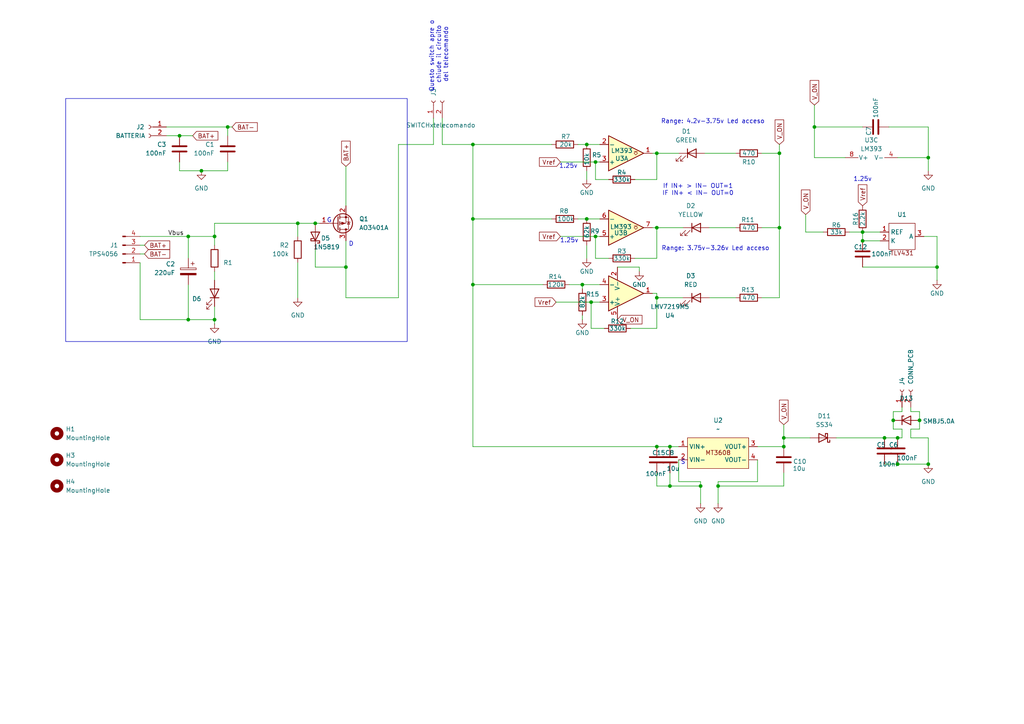
<source format=kicad_sch>
(kicad_sch (version 20250114) (generator "eeschema") (generator_version "9.0")
  (paper "A4")
  (lib_symbols
    (symbol "Comparator:LM393" (pin_names (offset 0.127))
      (property "Reference" "U" (at 3.81 3.81 0))
      (property "Value" "LM393" (at 6.35 -3.81 0))
      (symbol "LM393_1_1"
        (polyline (pts (xy -5.08 5.08) (xy 5.08 0) (xy -5.08 -5.08) (xy -5.08 5.08)) (stroke (width 0.254)) (fill (type background)))
        (polyline (pts (xy 3.302 -0.508) (xy 2.794 -0.508) (xy 3.302 0) (xy 2.794 0.508) (xy 2.286 0) (xy 2.794 -0.508) (xy 2.286 -0.508)) (stroke (width 0.127)))
        (pin input line (at -7.62 2.54 0) (length 2.54) (name "+") (number "3"))
        (pin input line (at -7.62 -2.54 0) (length 2.54) (name "-") (number "2"))
        (pin open_collector line (at 7.62 0 180) (length 2.54) (name "~") (number "1"))
      )
      (symbol "LM393_2_1"
        (polyline (pts (xy -5.08 5.08) (xy 5.08 0) (xy -5.08 -5.08) (xy -5.08 5.08)) (stroke (width 0.254)) (fill (type background)))
        (polyline (pts (xy 3.302 -0.508) (xy 2.794 -0.508) (xy 3.302 0) (xy 2.794 0.508) (xy 2.286 0) (xy 2.794 -0.508) (xy 2.286 -0.508)) (stroke (width 0.127)))
        (pin input line (at -7.62 2.54 0) (length 2.54) (name "+") (number "5"))
        (pin input line (at -7.62 -2.54 0) (length 2.54) (name "-") (number "6"))
        (pin open_collector line (at 7.62 0 180) (length 2.54) (name "~") (number "7"))
      )
      (symbol "LM393_3_1"
        (pin power_in line (at -2.54 7.62 270) (length 3.81) (name "V+") (number "8"))
        (pin power_in line (at -2.54 -7.62 90) (length 3.81) (name "V-") (number "4"))
      )
    )
    (symbol "Comparator:LMV7219M5" (pin_names (offset 0.127))
      (property "Reference" "U" (at -1.27 6.35 0))
      (property "Value" "LMV7219M5" (at -1.27 3.81 0))
      (symbol "LMV7219M5_0_1"
        (polyline (pts (xy -5.08 5.08) (xy 5.08 0) (xy -5.08 -5.08) (xy -5.08 5.08)) (stroke (width 0.254)) (fill (type background)))
        (pin power_in line (at -2.54 7.62 270) (length 3.81) (name "V+") (number "5"))
        (pin power_in line (at -2.54 -7.62 90) (length 3.81) (name "V-") (number "2"))
      )
      (symbol "LMV7219M5_1_1"
        (pin input line (at -7.62 2.54 0) (length 2.54) (name "+") (number "3"))
        (pin input line (at -7.62 -2.54 0) (length 2.54) (name "-") (number "4"))
        (pin output line (at 7.62 0 180) (length 2.54) (name "~") (number "1"))
      )
    )
    (symbol "Connector:Conn_01x02_Socket" (pin_names (offset 1.016) (hide yes))
      (property "Reference" "J" (at 0 2.54 0))
      (property "Value" "Conn_01x02_Socket" (at 0 -5.08 0))
      (symbol "Conn_01x02_Socket_1_1"
        (polyline (pts (xy -1.27 0) (xy -0.508 0)) (stroke (width 0.1524)))
        (polyline (pts (xy -1.27 -2.54) (xy -0.508 -2.54)) (stroke (width 0.1524)))
        (arc (start 0 -0.508) (mid -0.5058 0) (end 0 0.508) (stroke (width 0.1524)))
        (arc (start 0 -3.048) (mid -0.5058 -2.54) (end 0 -2.032) (stroke (width 0.1524)))
        (pin passive line (at -5.08 0 0) (length 3.81) (name "Pin_1") (number "1"))
        (pin passive line (at -5.08 -2.54 0) (length 3.81) (name "Pin_2") (number "2"))
      )
    )
    (symbol "Connector:Conn_01x04_Pin" (pin_names (offset 1.016) (hide yes))
      (property "Reference" "J" (at 0 5.08 0))
      (property "Value" "Conn_01x04_Pin" (at 0 -7.62 0))
      (symbol "Conn_01x04_Pin_1_1"
        (rectangle (start 0.8636 2.667) (end 0 2.413) (stroke (width 0.1524)) (fill (type outline)))
        (rectangle (start 0.8636 0.127) (end 0 -0.127) (stroke (width 0.1524)) (fill (type outline)))
        (rectangle (start 0.8636 -2.413) (end 0 -2.667) (stroke (width 0.1524)) (fill (type outline)))
        (rectangle (start 0.8636 -4.953) (end 0 -5.207) (stroke (width 0.1524)) (fill (type outline)))
        (polyline (pts (xy 1.27 2.54) (xy 0.8636 2.54)) (stroke (width 0.1524)))
        (polyline (pts (xy 1.27 0) (xy 0.8636 0)) (stroke (width 0.1524)))
        (polyline (pts (xy 1.27 -2.54) (xy 0.8636 -2.54)) (stroke (width 0.1524)))
        (polyline (pts (xy 1.27 -5.08) (xy 0.8636 -5.08)) (stroke (width 0.1524)))
        (pin passive line (at 5.08 2.54 180) (length 3.81) (name "Pin_1") (number "1"))
        (pin passive line (at 5.08 0 180) (length 3.81) (name "Pin_2") (number "2"))
        (pin passive line (at 5.08 -2.54 180) (length 3.81) (name "Pin_3") (number "3"))
        (pin passive line (at 5.08 -5.08 180) (length 3.81) (name "Pin_4") (number "4"))
      )
    )
    (symbol "Device:C" (pin_numbers (hide yes)) (pin_names (offset 0.254))
      (property "Reference" "C" (at 0.635 2.54 0))
      (property "Value" "C" (at 0.635 -2.54 0))
      (symbol "C_0_1"
        (polyline (pts (xy -2.032 0.762) (xy 2.032 0.762)) (stroke (width 0.508)))
        (polyline (pts (xy -2.032 -0.762) (xy 2.032 -0.762)) (stroke (width 0.508)))
      )
      (symbol "C_1_1"
        (pin passive line (at 0 3.81 270) (length 2.794) (name "~") (number "1"))
        (pin passive line (at 0 -3.81 90) (length 2.794) (name "~") (number "2"))
      )
    )
    (symbol "Device:C_Polarized" (pin_numbers (hide yes)) (pin_names (offset 0.254))
      (property "Reference" "C" (at 0.635 2.54 0))
      (property "Value" "C_Polarized" (at 0.635 -2.54 0))
      (symbol "C_Polarized_0_1"
        (rectangle (start -2.286 0.508) (end 2.286 1.016))
        (polyline (pts (xy -1.778 2.286) (xy -0.762 2.286)))
        (polyline (pts (xy -1.27 2.794) (xy -1.27 1.778)))
        (rectangle (start 2.286 -0.508) (end -2.286 -1.016) (fill (type outline)))
      )
      (symbol "C_Polarized_1_1"
        (pin passive line (at 0 3.81 270) (length 2.794) (name "~") (number "1"))
        (pin passive line (at 0 -3.81 90) (length 2.794) (name "~") (number "2"))
      )
    )
    (symbol "Device:LED" (pin_numbers (hide yes)) (pin_names (offset 1.016) (hide yes))
      (property "Reference" "D" (at 0 2.54 0))
      (property "Value" "LED" (at 0 -2.54 0))
      (symbol "LED_0_1"
        (polyline (pts (xy -3.048 -0.762) (xy -4.572 -2.286) (xy -3.81 -2.286) (xy -4.572 -2.286) (xy -4.572 -1.524)))
        (polyline (pts (xy -1.778 -0.762) (xy -3.302 -2.286) (xy -2.54 -2.286) (xy -3.302 -2.286) (xy -3.302 -1.524)))
        (polyline (pts (xy -1.27 0) (xy 1.27 0)))
        (polyline (pts (xy -1.27 -1.27) (xy -1.27 1.27)) (stroke (width 0.254)))
        (polyline (pts (xy 1.27 -1.27) (xy 1.27 1.27) (xy -1.27 0) (xy 1.27 -1.27)) (stroke (width 0.254)))
      )
      (symbol "LED_1_1"
        (pin passive line (at -3.81 0 0) (length 2.54) (name "K") (number "1"))
        (pin passive line (at 3.81 0 180) (length 2.54) (name "A") (number "2"))
      )
    )
    (symbol "Device:R" (pin_numbers (hide yes)) (pin_names (offset 0))
      (property "Reference" "R" (at 2.032 0 90))
      (property "Value" "R" (at 0 0 90))
      (symbol "R_0_1"
        (rectangle (start -1.016 -2.54) (end 1.016 2.54) (stroke (width 0.254)))
      )
      (symbol "R_1_1"
        (pin passive line (at 0 3.81 270) (length 1.27) (name "~") (number "1"))
        (pin passive line (at 0 -3.81 90) (length 1.27) (name "~") (number "2"))
      )
    )
    (symbol "Diode:1N5819" (pin_numbers (hide yes)) (pin_names (offset 1.016) (hide yes))
      (property "Reference" "D" (at 0 2.54 0))
      (property "Value" "1N5819" (at 0 -2.54 0))
      (symbol "1N5819_0_1"
        (polyline (pts (xy -1.905 0.635) (xy -1.905 1.27) (xy -1.27 1.27) (xy -1.27 -1.27) (xy -0.635 -1.27) (xy -0.635 -0.635)) (stroke (width 0.254)))
        (polyline (pts (xy 1.27 1.27) (xy 1.27 -1.27) (xy -1.27 0) (xy 1.27 1.27)) (stroke (width 0.254)))
        (polyline (pts (xy 1.27 0) (xy -1.27 0)))
      )
      (symbol "1N5819_1_1"
        (pin passive line (at -3.81 0 0) (length 2.54) (name "K") (number "1"))
        (pin passive line (at 3.81 0 180) (length 2.54) (name "A") (number "2"))
      )
    )
    (symbol "Diode:SS34" (pin_numbers (hide yes)) (pin_names (offset 1.016) (hide yes))
      (property "Reference" "D" (at 0 2.54 0))
      (property "Value" "SS34" (at 0 -2.54 0))
      (symbol "SS34_0_1"
        (polyline (pts (xy -1.905 0.635) (xy -1.905 1.27) (xy -1.27 1.27) (xy -1.27 -1.27) (xy -0.635 -1.27) (xy -0.635 -0.635)) (stroke (width 0.254)))
        (polyline (pts (xy 1.27 1.27) (xy 1.27 -1.27) (xy -1.27 0) (xy 1.27 1.27)) (stroke (width 0.254)))
        (polyline (pts (xy 1.27 0) (xy -1.27 0)))
      )
      (symbol "SS34_1_1"
        (pin passive line (at -3.81 0 0) (length 2.54) (name "K") (number "1"))
        (pin passive line (at 3.81 0 180) (length 2.54) (name "A") (number "2"))
      )
    )
    (symbol "Diode:Z2SMBxxx" (pin_numbers (hide yes)) (pin_names (hide yes))
      (property "Reference" "D" (at 0 2.54 0))
      (property "Value" "Z2SMBxxx" (at 0 -2.54 0))
      (symbol "Z2SMBxxx_0_1"
        (polyline (pts (xy -1.27 -1.27) (xy -1.27 1.27) (xy -0.762 1.27)) (stroke (width 0.254)))
        (polyline (pts (xy 1.27 0) (xy -1.27 0)))
        (polyline (pts (xy 1.27 -1.27) (xy 1.27 1.27) (xy -1.27 0) (xy 1.27 -1.27)) (stroke (width 0.254)))
      )
      (symbol "Z2SMBxxx_1_1"
        (pin passive line (at -3.81 0 0) (length 2.54) (name "K") (number "1"))
        (pin passive line (at 3.81 0 180) (length 2.54) (name "A") (number "2"))
      )
    )
    (symbol "Libreria_Personale:MT3608"
      (property "Reference" "U" (at -6.858 5.08 0))
      (symbol "MT3608_1_1"
        (rectangle (start -8.89 3.81) (end 8.89 -5.08) (fill (type background)))
        (text "MT3608" (at 0 -0.508 0) (effects (font (size 1.27 1.27))))
        (pin output line (at -11.43 1.27 0) (length 2.54) (name "VOUT+") (number "3"))
        (pin output line (at -11.43 -2.54 0) (length 2.54) (name "VOUT-") (number "4"))
        (pin input line (at 11.43 1.27 180) (length 2.54) (name "VIN+") (number "1"))
        (pin input line (at 11.43 -2.54 180) (length 2.54) (name "VIN-") (number "2"))
      )
    )
    (symbol "Libreria_Personale:TLV431"
      (property "Reference" "U" (at 2.286 5.08 0))
      (symbol "TLV431_0_1"
        (rectangle (start -3.81 3.81) (end 3.81 -3.81))
      )
      (symbol "TLV431_1_1"
        (text "TLV431" (at 0 -4.826 0) (effects (font (size 1.27 1.27))))
        (pin input line (at -6.35 1.27 0) (length 2.54) (name "REF") (number "1"))
        (pin input line (at -6.35 -1.27 0) (length 2.54) (name "K") (number "2"))
        (pin input line (at 6.35 0 180) (length 2.54) (name "A") (number "3"))
      )
    )
    (symbol "Mechanical:MountingHole" (pin_names (offset 1.016)) (in_bom no)
      (property "Reference" "H" (at 0 5.08 0))
      (property "Value" "MountingHole" (at 0 3.175 0))
      (symbol "MountingHole_0_1"
        (circle (center 0 0) (radius 1.27) (stroke (width 1.27)))
      )
    )
    (symbol "Transistor_FET:AO3401A" (pin_names (hide yes))
      (property "Reference" "Q" (at 5.08 1.905 0))
      (property "Value" "AO3401A" (at 5.08 0 0))
      (symbol "AO3401A_0_1"
        (polyline (pts (xy 0.254 1.905) (xy 0.254 -1.905)) (stroke (width 0.254)))
        (polyline (pts (xy 0.254 0) (xy -2.54 0)))
        (polyline (pts (xy 0.762 2.286) (xy 0.762 1.27)) (stroke (width 0.254)))
        (polyline (pts (xy 0.762 1.778) (xy 3.302 1.778) (xy 3.302 -1.778) (xy 0.762 -1.778)))
        (polyline (pts (xy 0.762 0.508) (xy 0.762 -0.508)) (stroke (width 0.254)))
        (polyline (pts (xy 0.762 -1.27) (xy 0.762 -2.286)) (stroke (width 0.254)))
        (circle (center 1.651 0) (radius 2.794) (stroke (width 0.254)))
        (polyline (pts (xy 2.286 0) (xy 1.27 0.381) (xy 1.27 -0.381) (xy 2.286 0)) (fill (type outline)))
        (polyline (pts (xy 2.54 2.54) (xy 2.54 1.778)))
        (circle (center 2.54 1.778) (radius 0.254) (fill (type outline)))
        (circle (center 2.54 -1.778) (radius 0.254) (fill (type outline)))
        (polyline (pts (xy 2.54 -2.54) (xy 2.54 0) (xy 0.762 0)))
        (polyline (pts (xy 2.794 -0.508) (xy 2.921 -0.381) (xy 3.683 -0.381) (xy 3.81 -0.254)))
        (polyline (pts (xy 3.302 -0.381) (xy 2.921 0.254) (xy 3.683 0.254) (xy 3.302 -0.381)))
      )
      (symbol "AO3401A_1_1"
        (pin input line (at -5.08 0 0) (length 2.54) (name "G") (number "1"))
        (pin passive line (at 2.54 5.08 270) (length 2.54) (name "D") (number "3"))
        (pin passive line (at 2.54 -5.08 90) (length 2.54) (name "S") (number "2"))
      )
    )
    (symbol "power:GND" (power) (pin_numbers (hide yes)) (pin_names (offset 0) (hide yes))
      (property "Value" "GND" (at 0 -3.81 0))
      (symbol "GND_0_1"
        (polyline (pts (xy 0 0) (xy 0 -1.27) (xy 1.27 -1.27) (xy 0 -2.54) (xy -1.27 -1.27) (xy 0 -1.27)))
      )
      (symbol "GND_1_1"
        (pin power_in line (at 0 0 270) (length 0) (name "~") (number "1"))
      )
    )
  )
  (rectangle (start 19.05 28.575) (end 118.11 99.06))
  (text "If IN+ > IN- OUT=1\nIF IN+ < IN- OUT=0" (at 202.438 55.118 0) (effects (font (size 1.27 1.27))))
  (text "Range: 4.2v-3.75v Led acceso" (at 206.756 35.306 0) (effects (font (size 1.27 1.27))))
  (text "D" (at 101.854 70.866 0) (effects (font (size 1.27 1.27))))
  (text "S" (at 198.12 134.112 0) (effects (font (size 1.27 1.27))))
  (text "G" (at 95.504 64.008 0) (effects (font (size 1.27 1.27))))
  (text "1.25v" (at 164.846 48.26 0) (effects (font (size 1.27 1.27))))
  (text "Range: 3.75v-3.26v Led acceso" (at 207.518 72.136 0) (effects (font (size 1.27 1.27))))
  (text "1.25v" (at 250.19 52.07 0) (effects (font (size 1.27 1.27))))
  (text "Questo switch apre o \nchiude il circuito\ndel telecomando\n" (at 127.254 15.875 90) (effects (font (size 1.27 1.27))))
  (text "1.25v" (at 165.1 69.85 0) (effects (font (size 1.27 1.27))))
  (junction (at 250.19 67.31))
  (junction (at 137.16 82.55))
  (junction (at 170.18 41.91))
  (junction (at 250.19 69.85))
  (junction (at 260.35 134.62))
  (junction (at 190.5 44.45))
  (junction (at 137.16 63.5))
  (junction (at 226.06 66.04))
  (junction (at 171.45 87.63))
  (junction (at 54.61 68.58))
  (junction (at 91.44 64.77))
  (junction (at 208.28 140.97))
  (junction (at 190.5 66.04))
  (junction (at 170.18 63.5))
  (junction (at 54.61 92.71))
  (junction (at 194.31 129.54))
  (junction (at 62.23 68.58))
  (junction (at 260.35 127))
  (junction (at 168.91 82.55))
  (junction (at 66.04 36.83))
  (junction (at 62.23 92.71))
  (junction (at 100.33 77.47))
  (junction (at 269.24 134.62))
  (junction (at 256.54 127))
  (junction (at 194.31 140.97))
  (junction (at 203.2 140.97))
  (junction (at 266.7 121.92))
  (junction (at 137.16 41.91))
  (junction (at 52.07 39.37))
  (junction (at 227.33 129.54))
  (junction (at 271.78 77.47))
  (junction (at 227.33 127))
  (junction (at 58.42 49.53))
  (junction (at 190.5 129.54))
  (junction (at 86.36 64.77))
  (junction (at 172.72 68.58))
  (junction (at 259.08 121.92))
  (junction (at 226.06 44.45))
  (junction (at 269.24 45.72))
  (junction (at 236.22 36.83))
  (junction (at 172.72 46.99))
  (junction (at 190.5 86.36))
  (wire (pts (xy 226.06 44.45) (xy 226.06 66.04)))
  (wire (pts (xy 162.56 68.58) (xy 172.72 68.58)))
  (wire (pts (xy 236.22 36.83) (xy 250.19 36.83)))
  (wire (pts (xy 269.24 45.72) (xy 269.24 49.53)))
  (wire (pts (xy 190.5 95.25) (xy 190.5 86.36)))
  (wire (pts (xy 208.28 140.97) (xy 208.28 146.05)))
  (wire (pts (xy 242.57 127) (xy 256.54 127)))
  (wire (pts (xy 100.33 86.36) (xy 115.57 86.36)))
  (wire (pts (xy 205.74 66.04) (xy 213.36 66.04)))
  (wire (pts (xy 194.31 140.97) (xy 203.2 140.97)))
  (wire (pts (xy 189.23 66.04) (xy 190.5 66.04)))
  (wire (pts (xy 260.35 127) (xy 261.62 127)))
  (wire (pts (xy 203.2 140.97) (xy 203.2 146.05)))
  (wire (pts (xy 264.16 119.38) (xy 264.16 118.11)))
  (wire (pts (xy 40.64 76.2) (xy 40.64 92.71)))
  (wire (pts (xy 250.19 69.85) (xy 250.19 67.31)))
  (wire (pts (xy 203.2 139.7) (xy 203.2 140.97)))
  (wire (pts (xy 250.19 77.47) (xy 271.78 77.47)))
  (wire (pts (xy 184.15 74.93) (xy 190.5 74.93)))
  (wire (pts (xy 168.91 91.44) (xy 168.91 92.71)))
  (wire (pts (xy 125.73 34.29) (xy 125.73 41.91)))
  (wire (pts (xy 190.5 137.16) (xy 190.5 140.97)))
  (wire (pts (xy 219.71 139.7) (xy 208.28 139.7)))
  (wire (pts (xy 137.16 129.54) (xy 190.5 129.54)))
  (wire (pts (xy 226.06 44.45) (xy 220.98 44.45)))
  (wire (pts (xy 137.16 63.5) (xy 137.16 82.55)))
  (wire (pts (xy 41.91 73.66) (xy 40.64 73.66)))
  (wire (pts (xy 219.71 133.35) (xy 219.71 139.7)))
  (wire (pts (xy 91.44 72.39) (xy 91.44 77.47)))
  (wire (pts (xy 227.33 123.19) (xy 227.33 127)))
  (wire (pts (xy 245.11 45.72) (xy 236.22 45.72)))
  (wire (pts (xy 137.16 82.55) (xy 157.48 82.55)))
  (wire (pts (xy 220.98 66.04) (xy 226.06 66.04)))
  (wire (pts (xy 190.5 85.09) (xy 190.5 86.36)))
  (wire (pts (xy 256.54 134.62) (xy 260.35 134.62)))
  (wire (pts (xy 266.7 124.46) (xy 264.16 124.46)))
  (wire (pts (xy 190.5 66.04) (xy 198.12 66.04)))
  (wire (pts (xy 190.5 44.45) (xy 196.85 44.45)))
  (wire (pts (xy 190.5 74.93) (xy 190.5 66.04)))
  (wire (pts (xy 250.19 69.85) (xy 255.27 69.85)))
  (wire (pts (xy 41.91 71.12) (xy 40.64 71.12)))
  (wire (pts (xy 55.88 39.37) (xy 52.07 39.37)))
  (wire (pts (xy 52.07 49.53) (xy 58.42 49.53)))
  (wire (pts (xy 66.04 36.83) (xy 66.04 39.37)))
  (wire (pts (xy 269.24 127) (xy 269.24 134.62)))
  (wire (pts (xy 269.24 127) (xy 264.16 127)))
  (wire (pts (xy 220.98 86.36) (xy 226.06 86.36)))
  (wire (pts (xy 227.33 127) (xy 227.33 129.54)))
  (wire (pts (xy 168.91 82.55) (xy 173.99 82.55)))
  (wire (pts (xy 86.36 76.2) (xy 86.36 86.36)))
  (wire (pts (xy 168.91 82.55) (xy 168.91 83.82)))
  (wire (pts (xy 137.16 41.91) (xy 137.16 63.5)))
  (wire (pts (xy 137.16 41.91) (xy 160.02 41.91)))
  (wire (pts (xy 264.16 124.46) (xy 264.16 127)))
  (wire (pts (xy 62.23 64.77) (xy 62.23 68.58)))
  (wire (pts (xy 256.54 127) (xy 260.35 127)))
  (wire (pts (xy 52.07 46.99) (xy 52.07 49.53)))
  (wire (pts (xy 266.7 121.92) (xy 266.7 124.46)))
  (wire (pts (xy 67.31 36.83) (xy 66.04 36.83)))
  (wire (pts (xy 66.04 49.53) (xy 58.42 49.53)))
  (wire (pts (xy 54.61 74.93) (xy 54.61 68.58)))
  (wire (pts (xy 227.33 137.16) (xy 227.33 140.97)))
  (wire (pts (xy 52.07 39.37) (xy 48.26 39.37)))
  (wire (pts (xy 259.08 121.92) (xy 259.08 119.38)))
  (wire (pts (xy 226.06 86.36) (xy 226.06 66.04)))
  (wire (pts (xy 246.38 67.31) (xy 250.19 67.31)))
  (wire (pts (xy 125.73 41.91) (xy 115.57 41.91)))
  (wire (pts (xy 162.56 46.99) (xy 172.72 46.99)))
  (wire (pts (xy 196.85 139.7) (xy 196.85 133.35)))
  (wire (pts (xy 266.7 119.38) (xy 264.16 119.38)))
  (wire (pts (xy 271.78 68.58) (xy 271.78 77.47)))
  (wire (pts (xy 271.78 81.28) (xy 271.78 77.47)))
  (wire (pts (xy 196.85 129.54) (xy 194.31 129.54)))
  (wire (pts (xy 260.35 45.72) (xy 269.24 45.72)))
  (wire (pts (xy 161.29 87.63) (xy 171.45 87.63)))
  (wire (pts (xy 189.23 85.09) (xy 190.5 85.09)))
  (wire (pts (xy 261.62 119.38) (xy 261.62 118.11)))
  (wire (pts (xy 66.04 46.99) (xy 66.04 49.53)))
  (wire (pts (xy 137.16 63.5) (xy 160.02 63.5)))
  (wire (pts (xy 62.23 68.58) (xy 54.61 68.58)))
  (wire (pts (xy 176.53 74.93) (xy 172.72 74.93)))
  (wire (pts (xy 167.64 41.91) (xy 170.18 41.91)))
  (wire (pts (xy 176.53 52.07) (xy 172.72 52.07)))
  (wire (pts (xy 170.18 41.91) (xy 173.99 41.91)))
  (wire (pts (xy 170.18 71.12) (xy 170.18 74.93)))
  (wire (pts (xy 250.19 67.31) (xy 255.27 67.31)))
  (wire (pts (xy 171.45 87.63) (xy 173.99 87.63)))
  (wire (pts (xy 259.08 124.46) (xy 261.62 124.46)))
  (wire (pts (xy 62.23 88.9) (xy 62.23 92.71)))
  (wire (pts (xy 227.33 127) (xy 234.95 127)))
  (wire (pts (xy 179.07 77.47) (xy 185.42 77.47)))
  (wire (pts (xy 165.1 82.55) (xy 168.91 82.55)))
  (wire (pts (xy 236.22 36.83) (xy 236.22 30.48)))
  (wire (pts (xy 208.28 139.7) (xy 208.28 140.97)))
  (wire (pts (xy 115.57 86.36) (xy 115.57 41.91)))
  (wire (pts (xy 172.72 46.99) (xy 173.99 46.99)))
  (wire (pts (xy 128.27 34.29) (xy 128.27 41.91)))
  (wire (pts (xy 137.16 82.55) (xy 137.16 129.54)))
  (wire (pts (xy 194.31 129.54) (xy 190.5 129.54)))
  (wire (pts (xy 261.62 124.46) (xy 261.62 127)))
  (wire (pts (xy 172.72 52.07) (xy 172.72 46.99)))
  (wire (pts (xy 54.61 82.55) (xy 54.61 92.71)))
  (wire (pts (xy 182.88 95.25) (xy 190.5 95.25)))
  (wire (pts (xy 62.23 71.12) (xy 62.23 68.58)))
  (wire (pts (xy 172.72 74.93) (xy 172.72 68.58)))
  (wire (pts (xy 236.22 45.72) (xy 236.22 36.83)))
  (wire (pts (xy 190.5 86.36) (xy 198.12 86.36)))
  (wire (pts (xy 259.08 119.38) (xy 261.62 119.38)))
  (wire (pts (xy 226.06 41.91) (xy 226.06 44.45)))
  (wire (pts (xy 190.5 140.97) (xy 194.31 140.97)))
  (wire (pts (xy 233.68 62.23) (xy 233.68 67.31)))
  (wire (pts (xy 233.68 67.31) (xy 238.76 67.31)))
  (wire (pts (xy 92.71 64.77) (xy 91.44 64.77)))
  (wire (pts (xy 190.5 52.07) (xy 190.5 44.45)))
  (wire (pts (xy 66.04 36.83) (xy 48.26 36.83)))
  (wire (pts (xy 100.33 69.85) (xy 100.33 77.47)))
  (wire (pts (xy 100.33 77.47) (xy 100.33 86.36)))
  (wire (pts (xy 91.44 64.77) (xy 86.36 64.77)))
  (wire (pts (xy 175.26 95.25) (xy 171.45 95.25)))
  (wire (pts (xy 269.24 36.83) (xy 269.24 45.72)))
  (wire (pts (xy 62.23 92.71) (xy 62.23 93.98)))
  (wire (pts (xy 184.15 52.07) (xy 190.5 52.07)))
  (wire (pts (xy 91.44 77.47) (xy 100.33 77.47)))
  (wire (pts (xy 170.18 63.5) (xy 173.99 63.5)))
  (wire (pts (xy 266.7 121.92) (xy 266.7 119.38)))
  (wire (pts (xy 208.28 140.97) (xy 227.33 140.97)))
  (wire (pts (xy 205.74 86.36) (xy 213.36 86.36)))
  (wire (pts (xy 203.2 139.7) (xy 196.85 139.7)))
  (wire (pts (xy 40.64 92.71) (xy 54.61 92.71)))
  (wire (pts (xy 204.47 44.45) (xy 213.36 44.45)))
  (wire (pts (xy 54.61 68.58) (xy 40.64 68.58)))
  (wire (pts (xy 227.33 129.54) (xy 219.71 129.54)))
  (wire (pts (xy 189.23 44.45) (xy 190.5 44.45)))
  (wire (pts (xy 54.61 92.71) (xy 62.23 92.71)))
  (wire (pts (xy 257.81 36.83) (xy 269.24 36.83)))
  (wire (pts (xy 185.42 77.47) (xy 185.42 78.74)))
  (wire (pts (xy 170.18 49.53) (xy 170.18 52.07)))
  (wire (pts (xy 86.36 64.77) (xy 86.36 68.58)))
  (wire (pts (xy 194.31 137.16) (xy 194.31 140.97)))
  (wire (pts (xy 171.45 95.25) (xy 171.45 87.63)))
  (wire (pts (xy 128.27 41.91) (xy 137.16 41.91)))
  (wire (pts (xy 86.36 64.77) (xy 62.23 64.77)))
  (wire (pts (xy 267.97 68.58) (xy 271.78 68.58)))
  (wire (pts (xy 100.33 48.26) (xy 100.33 59.69)))
  (wire (pts (xy 172.72 68.58) (xy 173.99 68.58)))
  (wire (pts (xy 259.08 121.92) (xy 259.08 124.46)))
  (wire (pts (xy 62.23 78.74) (xy 62.23 81.28)))
  (wire (pts (xy 167.64 63.5) (xy 170.18 63.5)))
  (wire (pts (xy 260.35 134.62) (xy 269.24 134.62)))
  (label "Vbus" (at 53.34 68.58 180))
  (global_label "Vref" (shape input) (at 161.29 87.63 180) (property "Intersheetrefs" "${INTERSHEET_REFS}" (effects (hide yes))))
  (global_label "V_ON" (shape input) (at 179.07 92.71 0) (property "Intersheetrefs" "${INTERSHEET_REFS}" (effects (hide yes))))
  (global_label "V_ON" (shape input) (at 233.68 62.23 90) (property "Intersheetrefs" "${INTERSHEET_REFS}" (effects (hide yes))))
  (global_label "BAT+" (shape input) (at 100.33 48.26 90) (property "Intersheetrefs" "${INTERSHEET_REFS}" (effects (hide yes))))
  (global_label "V_ON" (shape input) (at 227.33 123.19 90) (property "Intersheetrefs" "${INTERSHEET_REFS}" (effects (hide yes))))
  (global_label "BAT-" (shape input) (at 41.91 73.66 0) (property "Intersheetrefs" "${INTERSHEET_REFS}" (effects (hide yes))))
  (global_label "BAT-" (shape input) (at 67.31 36.83 0) (property "Intersheetrefs" "${INTERSHEET_REFS}" (effects (hide yes))))
  (global_label "Vref" (shape input) (at 162.56 68.58 180) (property "Intersheetrefs" "${INTERSHEET_REFS}" (effects (hide yes))))
  (global_label "Vref" (shape input) (at 162.56 46.99 180) (property "Intersheetrefs" "${INTERSHEET_REFS}" (effects (hide yes))))
  (global_label "V_ON" (shape input) (at 236.22 30.48 90) (property "Intersheetrefs" "${INTERSHEET_REFS}" (effects (hide yes))))
  (global_label "Vref" (shape input) (at 250.19 59.69 90) (property "Intersheetrefs" "${INTERSHEET_REFS}" (effects (hide yes))))
  (global_label "BAT+" (shape input) (at 41.91 71.12 0) (property "Intersheetrefs" "${INTERSHEET_REFS}" (effects (hide yes))))
  (global_label "V_ON" (shape input) (at 226.06 41.91 90) (property "Intersheetrefs" "${INTERSHEET_REFS}" (effects (hide yes))))
  (global_label "BAT+" (shape input) (at 55.88 39.37 0) (property "Intersheetrefs" "${INTERSHEET_REFS}" (effects (hide yes))))
  (symbol (lib_id "Device:LED") (at 200.66 44.45 0) (unit 1)
    (property "Reference" "D1" (at 199.0725 38.1 0))
    (property "Value" "GREEN" (at 199.0725 40.64 0))
    (property "Footprint" "LED_THT:LED_D4.0mm" (effects (hide yes)))
    (property "Description" "Light emitting diode" (effects (hide yes)))
    (property "Sim.Pins" "1=K 2=A" (effects (hide yes)))
  )
  (symbol (lib_id "Libreria_Personale:TLV431") (at 261.62 68.58 0) (unit 1)
    (property "Reference" "U1" (at 261.62 62.23 0))
    (property "Footprint" "Package_TO_SOT_SMD:SOT-23-3" (effects (hide yes)))
  )
  (symbol (lib_id "Diode:SS34") (at 238.76 127 180) (unit 1)
    (property "Reference" "D11" (at 239.0775 120.65 0))
    (property "Value" "SS34" (at 239.0775 123.19 0))
    (property "Footprint" "Diode_SMD:D_SMB_Handsoldering" (effects (hide yes)))
    (property "Datasheet" "https://www.vishay.com/docs/88751/ss32.pdf" (effects (hide yes)))
    (property "Description" "40V 3A Schottky Diode, SMA" (effects (hide yes)))
  )
  (symbol (lib_id "Device:R") (at 217.17 66.04 270) (unit 1)
    (property "Reference" "R11" (at 216.916 63.754 90))
    (property "Value" "470" (at 217.17 66.04 90))
    (property "Footprint" "Resistor_THT:R_Axial_DIN0204_L3.6mm_D1.6mm_P5.08mm_Horizontal" (effects (hide yes)))
    (property "Description" "Resistor" (effects (hide yes)))
  )
  (symbol (lib_id "Device:C") (at 194.31 133.35 0) (mirror y) (unit 1)
    (property "Reference" "C8" (at 195.58 131.318 0) (effects (justify left)))
    (property "Value" "10u" (at 197.104 135.89 0) (effects (justify left)))
    (property "Footprint" "Capacitor_THT:C_Disc_D4.3mm_W1.9mm_P5.00mm" (effects (hide yes)))
    (property "Description" "Unpolarized capacitor" (effects (hide yes)))
  )
  (symbol (lib_id "Comparator:LM393") (at 181.61 66.04 0) (mirror x) (unit 2)
    (property "Reference" "U3" (at 180.086 67.564 0))
    (property "Value" "LM393" (at 180.086 65.786 0))
    (property "Footprint" "Package_DIP:DIP-8_W7.62mm" (effects (hide yes)))
    (property "Datasheet" "http://www.ti.com/lit/ds/symlink/lm393.pdf" (effects (hide yes)))
    (property "Description" "Low-Power, Low-Offset Voltage, Dual Comparators, DIP-8/SOIC-8/TO-99-8" (effects (hide yes)))
  )
  (symbol (lib_id "Mechanical:MountingHole") (at 16.51 125.73 0) (unit 1) (in_bom no)
    (property "Reference" "H1" (at 19.05 124.4599 0) (effects (justify left)))
    (property "Value" "MountingHole" (at 19.05 126.9999 0) (effects (justify left)))
    (property "Footprint" "MountingHole:MountingHole_2.2mm_M2" (effects (hide yes)))
    (property "Description" "Mounting Hole without connection" (effects (hide yes)))
  )
  (symbol (lib_id "Device:R") (at 217.17 86.36 270) (unit 1)
    (property "Reference" "R13" (at 216.916 84.074 90))
    (property "Value" "470" (at 217.17 86.36 90))
    (property "Footprint" "Resistor_THT:R_Axial_DIN0204_L3.6mm_D1.6mm_P5.08mm_Horizontal" (effects (hide yes)))
    (property "Description" "Resistor" (effects (hide yes)))
  )
  (symbol (lib_id "Device:C") (at 190.5 133.35 0) (mirror y) (unit 1)
    (property "Reference" "C15" (at 193.04 131.318 0) (effects (justify left)))
    (property "Value" "100nF" (at 193.294 137.414 0) (effects (justify left)))
    (property "Footprint" "Capacitor_THT:C_Disc_D4.3mm_W1.9mm_P5.00mm" (effects (hide yes)))
    (property "Description" "Unpolarized capacitor" (effects (hide yes)))
  )
  (symbol (lib_id "Comparator:LM393") (at 181.61 44.45 0) (mirror x) (unit 1)
    (property "Reference" "U3" (at 180.34 45.974 0))
    (property "Value" "LM393" (at 180.34 43.688 0))
    (property "Footprint" "Package_DIP:DIP-8_W7.62mm" (effects (hide yes)))
    (property "Datasheet" "http://www.ti.com/lit/ds/symlink/lm393.pdf" (effects (hide yes)))
    (property "Description" "Low-Power, Low-Offset Voltage, Dual Comparators, DIP-8/SOIC-8/TO-99-8" (effects (hide yes)))
  )
  (symbol (lib_id "Device:LED") (at 201.93 86.36 0) (unit 1)
    (property "Reference" "D3" (at 200.3425 80.01 0))
    (property "Value" "RED" (at 200.3425 82.55 0))
    (property "Footprint" "LED_THT:LED_D4.0mm" (effects (hide yes)))
    (property "Description" "Light emitting diode" (effects (hide yes)))
    (property "Sim.Pins" "1=K 2=A" (effects (hide yes)))
  )
  (symbol (lib_id "power:GND") (at 269.24 134.62 0) (unit 1)
    (property "Reference" "#PWR04" (effects (hide yes)))
    (property "Value" "GND" (at 269.24 139.7 0))
    (property "Description" "Power symbol creates a global label with name \"GND\" , ground" (effects (hide yes)))
  )
  (symbol (lib_id "power:GND") (at 203.2 146.05 0) (mirror y) (unit 1)
    (property "Reference" "#PWR05" (effects (hide yes)))
    (property "Value" "GND" (at 203.2 151.13 0))
    (property "Description" "Power symbol creates a global label with name \"GND\" , ground" (effects (hide yes)))
  )
  (symbol (lib_id "power:GND") (at 62.23 93.98 0) (mirror y) (unit 1)
    (property "Reference" "#PWR02" (effects (hide yes)))
    (property "Value" "GND" (at 62.23 99.06 0))
    (property "Description" "Power symbol creates a global label with name \"GND\" , ground" (effects (hide yes)))
  )
  (symbol (lib_id "Device:R") (at 217.17 44.45 90) (unit 1)
    (property "Reference" "R10" (at 217.17 46.99 90))
    (property "Value" "470" (at 217.17 44.45 90))
    (property "Footprint" "Resistor_THT:R_Axial_DIN0204_L3.6mm_D1.6mm_P5.08mm_Horizontal" (effects (hide yes)))
    (property "Description" "Resistor" (effects (hide yes)))
  )
  (symbol (lib_id "Mechanical:MountingHole") (at 16.51 133.35 0) (unit 1) (in_bom no)
    (property "Reference" "H3" (at 19.05 132.0799 0) (effects (justify left)))
    (property "Value" "MountingHole" (at 19.05 134.6199 0) (effects (justify left)))
    (property "Footprint" "MountingHole:MountingHole_2.2mm_M2" (effects (hide yes)))
    (property "Description" "Mounting Hole without connection" (effects (hide yes)))
  )
  (symbol (lib_id "Libreria_Personale:MT3608") (at 208.28 130.81 0) (mirror y) (unit 1)
    (property "Reference" "U2" (at 208.28 121.92 0))
    (property "Value" "~" (at 208.28 124.46 0))
    (property "Footprint" "LIB_Personale:MT3608-Module" (effects (hide yes)))
  )
  (symbol (lib_id "Device:C") (at 66.04 43.18 0) (mirror y) (unit 1)
    (property "Reference" "C1" (at 62.23 41.9099 0) (effects (justify left)))
    (property "Value" "100nF" (at 62.23 44.4499 0) (effects (justify left)))
    (property "Footprint" "Capacitor_THT:C_Disc_D4.3mm_W1.9mm_P5.00mm" (effects (hide yes)))
    (property "Description" "Unpolarized capacitor" (effects (hide yes)))
  )
  (symbol (lib_id "power:GND") (at 271.78 81.28 0) (unit 1)
    (property "Reference" "#PWR01" (effects (hide yes)))
    (property "Value" "GND" (at 271.78 85.09 0))
    (property "Description" "Power symbol creates a global label with name \"GND\" , ground" (effects (hide yes)))
  )
  (symbol (lib_id "power:GND") (at 269.24 49.53 0) (unit 1)
    (property "Reference" "#PWR08" (effects (hide yes)))
    (property "Value" "GND" (at 269.24 54.61 0))
    (property "Description" "Power symbol creates a global label with name \"GND\" , ground" (effects (hide yes)))
  )
  (symbol (lib_id "Device:C") (at 52.07 43.18 0) (mirror y) (unit 1)
    (property "Reference" "C3" (at 48.26 41.9099 0) (effects (justify left)))
    (property "Value" "100nF" (at 48.26 44.4499 0) (effects (justify left)))
    (property "Footprint" "Capacitor_THT:C_Disc_D4.3mm_W1.9mm_P5.00mm" (effects (hide yes)))
    (property "Description" "Unpolarized capacitor" (effects (hide yes)))
  )
  (symbol (lib_id "Connector:Conn_01x02_Socket") (at 261.62 113.03 90) (unit 1)
    (property "Reference" "J4" (at 261.6199 111.76 0) (effects (justify left)))
    (property "Value" "CONN_PCB" (at 264.16 111.506 0) (effects (justify left)))
    (property "Footprint" "Connector_Molex:Molex_KK-254_AE-6410-02A_1x02_P2.54mm_Vertical" (effects (hide yes)))
    (property "Description" "Generic connector, single row, 01x02, script generated" (effects (hide yes)))
  )
  (symbol (lib_id "Device:R") (at 163.83 41.91 270) (unit 1)
    (property "Reference" "R7" (at 164.084 39.624 90))
    (property "Value" "20k" (at 164.084 41.91 90))
    (property "Footprint" "Resistor_THT:R_Axial_DIN0204_L3.6mm_D1.6mm_P5.08mm_Horizontal" (effects (hide yes)))
    (property "Description" "Resistor" (effects (hide yes)))
  )
  (symbol (lib_id "power:GND") (at 58.42 49.53 0) (mirror y) (unit 1)
    (property "Reference" "#PWR03" (effects (hide yes)))
    (property "Value" "GND" (at 58.42 54.61 0))
    (property "Description" "Power symbol creates a global label with name \"GND\" , ground" (effects (hide yes)))
  )
  (symbol (lib_id "Device:R") (at 86.36 72.39 0) (mirror y) (unit 1)
    (property "Reference" "R2" (at 83.82 71.1199 0) (effects (justify left)))
    (property "Value" "100k" (at 83.82 73.6599 0) (effects (justify left)))
    (property "Footprint" "Resistor_THT:R_Axial_DIN0204_L3.6mm_D1.6mm_P5.08mm_Horizontal" (effects (hide yes)))
    (property "Description" "Resistor" (effects (hide yes)))
  )
  (symbol (lib_id "Connector:Conn_01x04_Pin") (at 35.56 73.66 0) (mirror x) (unit 1)
    (property "Reference" "J1" (at 34.29 71.1199 0) (effects (justify right)))
    (property "Value" "TPS4056" (at 34.29 73.6599 0) (effects (justify right)))
    (property "Footprint" "Connector_Molex:Molex_KK-254_AE-6410-04A_1x04_P2.54mm_Vertical" (effects (hide yes)))
    (property "Description" "Generic connector, single row, 01x04, script generated" (effects (hide yes)))
  )
  (symbol (lib_id "Connector:Conn_01x02_Socket") (at 125.73 29.21 90) (unit 1)
    (property "Reference" "J3" (at 125.7299 27.94 0) (effects (justify left)))
    (property "Value" "SWITCHxtelecomando" (at 137.922 36.322 90) (effects (justify left)))
    (property "Footprint" "Connector_PinHeader_2.54mm:PinHeader_1x02_P2.54mm_Vertical" (effects (hide yes)))
    (property "Description" "Generic connector, single row, 01x02, script generated" (effects (hide yes)))
  )
  (symbol (lib_id "Mechanical:MountingHole") (at 16.51 140.97 0) (unit 1) (in_bom no)
    (property "Reference" "H4" (at 19.05 139.6999 0) (effects (justify left)))
    (property "Value" "MountingHole" (at 19.05 142.2399 0) (effects (justify left)))
    (property "Footprint" "MountingHole:MountingHole_2.2mm_M2" (effects (hide yes)))
    (property "Description" "Mounting Hole without connection" (effects (hide yes)))
  )
  (symbol (lib_id "Device:R") (at 170.18 67.31 180) (unit 1)
    (property "Reference" "R9" (at 171.196 67.056 0) (effects (justify right)))
    (property "Value" "62k" (at 170.18 69.088 90) (effects (justify right)))
    (property "Footprint" "Resistor_THT:R_Axial_DIN0204_L3.6mm_D1.6mm_P5.08mm_Horizontal" (effects (hide yes)))
    (property "Description" "Resistor" (effects (hide yes)))
  )
  (symbol (lib_id "Comparator:LMV7219M5") (at 181.61 85.09 0) (mirror x) (unit 1)
    (property "Reference" "U4" (at 194.31 91.5102 0))
    (property "Value" "LMV7219M5" (at 194.31 88.9702 0))
    (property "Footprint" "Package_TO_SOT_SMD:SOT-23-5_HandSoldering" (effects (hide yes)))
    (property "Datasheet" "https://www.ti.com/lit/ds/symlink/lmv7219.pdf" (effects (hide yes)))
    (property "Description" "Single Low-Power High-Speed Push-Pull Output Comparator, SOT-23-5" (effects (hide yes)))
  )
  (symbol (lib_id "power:GND") (at 185.42 78.74 0) (unit 1)
    (property "Reference" "#PWR011" (effects (hide yes)))
    (property "Value" "GND" (at 185.42 82.55 0))
    (property "Description" "Power symbol creates a global label with name \"GND\" , ground" (effects (hide yes)))
  )
  (symbol (lib_id "Device:R") (at 161.29 82.55 270) (unit 1)
    (property "Reference" "R14" (at 161.036 80.264 90))
    (property "Value" "120k" (at 161.29 82.55 90))
    (property "Footprint" "Resistor_THT:R_Axial_DIN0204_L3.6mm_D1.6mm_P5.08mm_Horizontal" (effects (hide yes)))
    (property "Description" "Resistor" (effects (hide yes)))
  )
  (symbol (lib_id "Device:C") (at 227.33 133.35 0) (mirror y) (unit 1)
    (property "Reference" "C10" (at 233.934 133.858 0) (effects (justify left)))
    (property "Value" "10u" (at 233.68 135.89 0) (effects (justify left)))
    (property "Footprint" "Capacitor_THT:C_Disc_D4.3mm_W1.9mm_P5.00mm" (effects (hide yes)))
    (property "Description" "Unpolarized capacitor" (effects (hide yes)))
  )
  (symbol (lib_id "Comparator:LM393") (at 252.73 43.18 90) (unit 3)
    (property "Reference" "U3" (at 252.73 40.64 90))
    (property "Value" "LM393" (at 252.73 43.18 90))
    (property "Footprint" "Package_DIP:DIP-8_W7.62mm" (effects (hide yes)))
    (property "Datasheet" "http://www.ti.com/lit/ds/symlink/lm393.pdf" (effects (hide yes)))
    (property "Description" "Low-Power, Low-Offset Voltage, Dual Comparators, DIP-8/SOIC-8/TO-99-8" (effects (hide yes)))
  )
  (symbol (lib_id "power:GND") (at 168.91 92.71 0) (unit 1)
    (property "Reference" "#PWR012" (effects (hide yes)))
    (property "Value" "GND" (at 168.91 96.52 0))
    (property "Description" "Power symbol creates a global label with name \"GND\" , ground" (effects (hide yes)))
  )
  (symbol (lib_id "power:GND") (at 170.18 74.93 0) (unit 1)
    (property "Reference" "#PWR010" (effects (hide yes)))
    (property "Value" "GND" (at 170.18 78.74 0))
    (property "Description" "Power symbol creates a global label with name \"GND\" , ground" (effects (hide yes)))
  )
  (symbol (lib_id "Device:R") (at 163.83 63.5 270) (unit 1)
    (property "Reference" "R8" (at 163.576 61.214 90))
    (property "Value" "100k" (at 164.084 63.5 90))
    (property "Footprint" "Resistor_THT:R_Axial_DIN0204_L3.6mm_D1.6mm_P5.08mm_Horizontal" (effects (hide yes)))
    (property "Description" "Resistor" (effects (hide yes)))
  )
  (symbol (lib_id "power:GND") (at 86.36 86.36 0) (mirror y) (unit 1)
    (property "Reference" "#PWR07" (effects (hide yes)))
    (property "Value" "GND" (at 86.36 91.44 0))
    (property "Description" "Power symbol creates a global label with name \"GND\" , ground" (effects (hide yes)))
  )
  (symbol (lib_id "Device:LED") (at 201.93 66.04 0) (unit 1)
    (property "Reference" "D2" (at 200.3425 59.69 0))
    (property "Value" "YELLOW" (at 200.3425 62.23 0))
    (property "Footprint" "LED_THT:LED_D4.0mm" (effects (hide yes)))
    (property "Description" "Light emitting diode" (effects (hide yes)))
    (property "Sim.Pins" "1=K 2=A" (effects (hide yes)))
  )
  (symbol (lib_id "power:GND") (at 208.28 146.05 0) (mirror y) (unit 1)
    (property "Reference" "#PWR06" (effects (hide yes)))
    (property "Value" "GND" (at 208.28 151.13 0))
    (property "Description" "Power symbol creates a global label with name \"GND\" , ground" (effects (hide yes)))
  )
  (symbol (lib_id "Device:R") (at 170.18 45.72 180) (unit 1)
    (property "Reference" "R5" (at 171.704 44.958 0) (effects (justify right)))
    (property "Value" "10k" (at 170.18 48.006 90) (effects (justify right)))
    (property "Footprint" "Resistor_THT:R_Axial_DIN0204_L3.6mm_D1.6mm_P5.08mm_Horizontal" (effects (hide yes)))
    (property "Description" "Resistor" (effects (hide yes)))
  )
  (symbol (lib_id "Device:C") (at 250.19 73.66 0) (unit 1)
    (property "Reference" "C12" (at 247.65 71.628 0) (effects (justify left)))
    (property "Value" "100nF" (at 252.73 73.66 0) (effects (justify left)))
    (property "Footprint" "Capacitor_THT:C_Disc_D4.3mm_W1.9mm_P5.00mm" (effects (hide yes)))
    (property "Description" "Unpolarized capacitor" (effects (hide yes)))
  )
  (symbol (lib_id "Transistor_FET:AO3401A") (at 97.79 64.77 0) (mirror x) (unit 1)
    (property "Reference" "Q1" (at 104.14 63.4999 0) (effects (justify left)))
    (property "Value" "AO3401A" (at 104.14 66.0399 0) (effects (justify left)))
    (property "Footprint" "Package_TO_SOT_SMD:SOT-23" (effects (hide yes)))
    (property "Datasheet" "http://www.aosmd.com/pdfs/datasheet/AO3401A.pdf" (effects (hide yes)))
    (property "Description" "-4.0A Id, -30V Vds, P-Channel MOSFET, SOT-23" (effects (hide yes)))
  )
  (symbol (lib_id "Diode:Z2SMBxxx") (at 262.89 121.92 0) (unit 1)
    (property "Reference" "D13" (at 262.89 115.57 0))
    (property "Value" "SMBJ5.0A" (at 272.288 122.174 0))
    (property "Footprint" "Diode_SMD:D_SMB_Handsoldering" (effects (hide yes)))
    (property "Datasheet" "https://diotec.com/tl_files/diotec/files/pdf/datasheets/z2smb1.pdf" (effects (hide yes)))
    (property "Description" "2000mW Zener Diode, SMB(DO-214AA)" (effects (hide yes)))
  )
  (symbol (lib_id "Device:C") (at 256.54 130.81 0) (unit 1)
    (property "Reference" "C5" (at 254.254 129.032 0) (effects (justify left)))
    (property "Value" "100nF" (at 254.762 134.62 0) (effects (justify left)))
    (property "Footprint" "Capacitor_THT:C_Disc_D4.3mm_W1.9mm_P5.00mm" (effects (hide yes)))
    (property "Description" "Unpolarized capacitor" (effects (hide yes)))
  )
  (symbol (lib_id "Device:C") (at 260.35 130.81 0) (unit 1)
    (property "Reference" "C6" (at 257.81 129.032 0) (effects (justify left)))
    (property "Value" "100nF" (at 260.096 132.842 0) (effects (justify left)))
    (property "Footprint" "Capacitor_THT:C_Disc_D4.3mm_W1.9mm_P5.00mm" (effects (hide yes)))
    (property "Description" "Unpolarized capacitor" (effects (hide yes)))
  )
  (symbol (lib_id "Device:C_Polarized") (at 54.61 78.74 0) (mirror y) (unit 1)
    (property "Reference" "C2" (at 50.8 76.5809 0) (effects (justify left)))
    (property "Value" "220uF" (at 50.8 79.1209 0) (effects (justify left)))
    (property "Footprint" "Capacitor_THT:CP_Radial_D5.0mm_P2.00mm" (effects (hide yes)))
    (property "Description" "Polarized capacitor" (effects (hide yes)))
  )
  (symbol (lib_id "Connector:Conn_01x02_Socket") (at 43.18 36.83 0) (mirror y) (unit 1)
    (property "Reference" "J2" (at 41.91 36.8299 0) (effects (justify left)))
    (property "Value" "BATTERIA" (at 42.164 39.37 0) (effects (justify left)))
    (property "Footprint" "Connector_Molex:Molex_KK-254_AE-6410-02A_1x02_P2.54mm_Vertical" (effects (hide yes)))
    (property "Description" "Generic connector, single row, 01x02, script generated" (effects (hide yes)))
  )
  (symbol (lib_id "Device:R") (at 180.34 52.07 90) (unit 1)
    (property "Reference" "R4" (at 180.34 50.038 90))
    (property "Value" "330k" (at 180.34 52.07 90))
    (property "Footprint" "Resistor_THT:R_Axial_DIN0204_L3.6mm_D1.6mm_P5.08mm_Horizontal" (effects (hide yes)))
    (property "Description" "Resistor" (effects (hide yes)))
  )
  (symbol (lib_id "Diode:1N5819") (at 91.44 68.58 270) (mirror x) (unit 1)
    (property "Reference" "D5" (at 95.758 69.088 90) (effects (justify right)))
    (property "Value" "1N5819" (at 98.552 71.628 90) (effects (justify right)))
    (property "Footprint" "Diode_THT:D_DO-41_SOD81_P7.62mm_Horizontal" (effects (hide yes)))
    (property "Datasheet" "http://www.vishay.com/docs/88525/1n5817.pdf" (effects (hide yes)))
    (property "Description" "40V 1A Schottky Barrier Rectifier Diode, DO-41" (effects (hide yes)))
  )
  (symbol (lib_id "Device:R") (at 180.34 74.93 90) (unit 1)
    (property "Reference" "R3" (at 180.34 72.898 90))
    (property "Value" "330k" (at 180.34 74.93 90))
    (property "Footprint" "Resistor_THT:R_Axial_DIN0204_L3.6mm_D1.6mm_P5.08mm_Horizontal" (effects (hide yes)))
    (property "Description" "Resistor" (effects (hide yes)))
  )
  (symbol (lib_id "Device:R") (at 168.91 87.63 180) (unit 1)
    (property "Reference" "R15" (at 169.926 85.344 0) (effects (justify right)))
    (property "Value" "82k" (at 168.91 89.408 90) (effects (justify right)))
    (property "Footprint" "Resistor_THT:R_Axial_DIN0204_L3.6mm_D1.6mm_P5.08mm_Horizontal" (effects (hide yes)))
    (property "Description" "Resistor" (effects (hide yes)))
  )
  (symbol (lib_id "Device:C") (at 254 36.83 90) (unit 1)
    (property "Reference" "C7" (at 251.968 39.37 0) (effects (justify left)))
    (property "Value" "100nF" (at 254 34.29 0) (effects (justify left)))
    (property "Footprint" "Capacitor_THT:C_Disc_D4.3mm_W1.9mm_P5.00mm" (effects (hide yes)))
    (property "Description" "Unpolarized capacitor" (effects (hide yes)))
  )
  (symbol (lib_id "power:GND") (at 170.18 52.07 0) (unit 1)
    (property "Reference" "#PWR09" (effects (hide yes)))
    (property "Value" "GND" (at 170.18 55.88 0))
    (property "Description" "Power symbol creates a global label with name \"GND\" , ground" (effects (hide yes)))
  )
  (symbol (lib_id "Device:R") (at 179.07 95.25 90) (unit 1)
    (property "Reference" "R12" (at 179.07 93.218 90))
    (property "Value" "330k" (at 179.07 95.25 90))
    (property "Footprint" "Resistor_THT:R_Axial_DIN0204_L3.6mm_D1.6mm_P5.08mm_Horizontal" (effects (hide yes)))
    (property "Description" "Resistor" (effects (hide yes)))
  )
  (symbol (lib_id "Device:LED") (at 62.23 85.09 270) (mirror x) (unit 1)
    (property "Reference" "D6" (at 58.42 86.6774 90) (effects (justify right)))
    (property "Value" "LED" (effects (hide yes)))
    (property "Footprint" "LED_THT:LED_D4.0mm" (effects (hide yes)))
    (property "Description" "Light emitting diode" (effects (hide yes)))
    (property "Sim.Pins" "1=K 2=A" (effects (hide yes)))
  )
  (symbol (lib_id "Device:R") (at 242.57 67.31 90) (unit 1)
    (property "Reference" "R6" (at 242.57 65.278 90))
    (property "Value" "33k" (at 242.57 67.31 90))
    (property "Footprint" "Resistor_THT:R_Axial_DIN0204_L3.6mm_D1.6mm_P5.08mm_Horizontal" (effects (hide yes)))
    (property "Description" "Resistor" (effects (hide yes)))
  )
  (symbol (lib_id "Device:R") (at 250.19 63.5 180) (unit 1)
    (property "Reference" "R16" (at 248.158 63.5 90))
    (property "Value" "2.2k" (at 250.19 63.5 90))
    (property "Footprint" "Resistor_THT:R_Axial_DIN0204_L3.6mm_D1.6mm_P5.08mm_Horizontal" (effects (hide yes)))
    (property "Description" "Resistor" (effects (hide yes)))
  )
  (symbol (lib_id "Device:R") (at 62.23 74.93 0) (mirror x) (unit 1)
    (property "Reference" "R1" (at 64.77 76.2001 0) (effects (justify left)))
    (property "Value" "470" (effects (hide yes)))
    (property "Footprint" "Resistor_THT:R_Axial_DIN0204_L3.6mm_D1.6mm_P5.08mm_Horizontal" (effects (hide yes)))
    (property "Description" "Resistor" (effects (hide yes)))
  )
)
</source>
